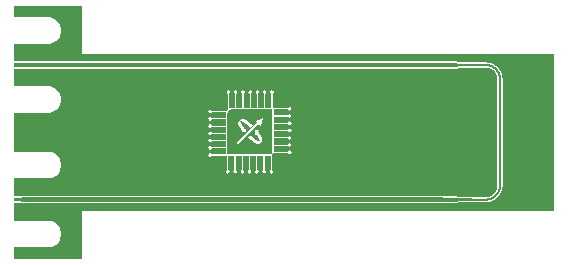
<source format=gbr>
G04 =======================================* 
G04 File Format: RS-274X * 
G04 Date:        May 24 2024 * 
G04 Time:        17:13:42 * 
G04 =======================================* 
G04 Format description *** 
G04 Code:          ASCII * 
G04 Unit:          Millimeter * 
G04 Coordinates:   Absolut * 
G04 Digits:        3.4-format * 
G04 Zeros skipped: Leading zeros omitted * 
G04 =======================================* 
%FSLAX34Y34*%
%MOMM*%
G90*
G71*
%LPD*%
G36*
G01X402900Y-59150D02*
G01X354900Y-60050D01*
G01X3000Y-60050D01*
G01X3000Y-74950D01*
G01X32000Y-74950D01*
G01X33759Y-75088D01*
G01X35476Y-75500D01*
G01X37107Y-76176D01*
G01X38612Y-77098D01*
G01X39954Y-78245D01*
G01X41101Y-79587D01*
G01X42023Y-81092D01*
G01X42699Y-82723D01*
G01X43111Y-84440D01*
G01X43250Y-86200D01*
G01X43111Y-87959D01*
G01X42699Y-89676D01*
G01X42023Y-91307D01*
G01X41101Y-92812D01*
G01X39954Y-94154D01*
G01X38612Y-95301D01*
G01X37107Y-96223D01*
G01X35476Y-96899D01*
G01X33759Y-97311D01*
G01X32000Y-97450D01*
G01X3000Y-97450D01*
G01X3000Y-107000D01*
G01X61000Y-107000D01*
G01X61000Y-66500D01*
G01X461000Y-66500D01*
G01X461000Y66500D01*
G01X61000Y66500D01*
G01X61000Y107000D01*
G01X3000Y107000D01*
G01X3000Y97450D01*
G01X32000Y97450D01*
G01X33759Y97311D01*
G01X35476Y96899D01*
G01X37107Y96223D01*
G01X38612Y95301D01*
G01X39954Y94154D01*
G01X41101Y92812D01*
G01X42023Y91307D01*
G01X42699Y89676D01*
G01X43111Y87959D01*
G01X43250Y86200D01*
G01X43111Y84440D01*
G01X42699Y82723D01*
G01X42023Y81092D01*
G01X41101Y79587D01*
G01X39954Y78245D01*
G01X38612Y77098D01*
G01X37107Y76176D01*
G01X35476Y75500D01*
G01X33759Y75088D01*
G01X32000Y74950D01*
G01X3000Y74950D01*
G01X3000Y60050D01*
G01X354900Y60050D01*
G01X402900Y59150D01*
G01X403122Y59148D01*
G01X403344Y59143D01*
G01X403566Y59134D01*
G01X403788Y59122D01*
G01X404010Y59106D01*
G01X404231Y59087D01*
G01X404452Y59064D01*
G01X404673Y59038D01*
G01X404893Y59008D01*
G01X405113Y58975D01*
G01X405332Y58939D01*
G01X405551Y58899D01*
G01X405769Y58856D01*
G01X405986Y58809D01*
G01X406203Y58759D01*
G01X406418Y58705D01*
G01X406633Y58648D01*
G01X406847Y58588D01*
G01X407060Y58524D01*
G01X407272Y58457D01*
G01X407483Y58387D01*
G01X407693Y58313D01*
G01X407901Y58236D01*
G01X408108Y58156D01*
G01X408314Y58072D01*
G01X408519Y57986D01*
G01X408722Y57896D01*
G01X408924Y57803D01*
G01X409125Y57707D01*
G01X409323Y57607D01*
G01X409521Y57505D01*
G01X409716Y57399D01*
G01X409910Y57291D01*
G01X410102Y57179D01*
G01X410293Y57064D01*
G01X410481Y56947D01*
G01X410668Y56826D01*
G01X410853Y56703D01*
G01X411036Y56576D01*
G01X411217Y56447D01*
G01X411395Y56315D01*
G01X411572Y56180D01*
G01X411747Y56043D01*
G01X411919Y55902D01*
G01X412089Y55759D01*
G01X412257Y55614D01*
G01X412423Y55465D01*
G01X412586Y55314D01*
G01X412747Y55161D01*
G01X412905Y55005D01*
G01X413061Y54847D01*
G01X413214Y54686D01*
G01X413365Y54523D01*
G01X413514Y54357D01*
G01X413659Y54189D01*
G01X413802Y54019D01*
G01X413943Y53847D01*
G01X414080Y53672D01*
G01X414215Y53495D01*
G01X414347Y53317D01*
G01X414476Y53136D01*
G01X414603Y52953D01*
G01X414726Y52768D01*
G01X414847Y52581D01*
G01X414964Y52393D01*
G01X415079Y52202D01*
G01X415191Y52010D01*
G01X415299Y51816D01*
G01X415405Y51621D01*
G01X415507Y51423D01*
G01X415607Y51225D01*
G01X415703Y51024D01*
G01X415796Y50822D01*
G01X415886Y50619D01*
G01X415972Y50414D01*
G01X416056Y50208D01*
G01X416136Y50001D01*
G01X416213Y49793D01*
G01X416287Y49583D01*
G01X416357Y49372D01*
G01X416424Y49160D01*
G01X416488Y48947D01*
G01X416548Y48733D01*
G01X416605Y48518D01*
G01X416659Y48303D01*
G01X416709Y48086D01*
G01X416756Y47869D01*
G01X416799Y47651D01*
G01X416839Y47432D01*
G01X416875Y47213D01*
G01X416908Y46993D01*
G01X416938Y46773D01*
G01X416964Y46552D01*
G01X416987Y46331D01*
G01X417006Y46110D01*
G01X417022Y45888D01*
G01X417034Y45666D01*
G01X417043Y45444D01*
G01X417048Y45222D01*
G01X417050Y45000D01*
G01X417050Y-45000D01*
G01X417048Y-45222D01*
G01X417043Y-45444D01*
G01X417034Y-45666D01*
G01X417022Y-45888D01*
G01X417006Y-46110D01*
G01X416987Y-46331D01*
G01X416964Y-46552D01*
G01X416938Y-46773D01*
G01X416908Y-46993D01*
G01X416875Y-47213D01*
G01X416839Y-47432D01*
G01X416799Y-47651D01*
G01X416756Y-47869D01*
G01X416709Y-48086D01*
G01X416659Y-48303D01*
G01X416605Y-48518D01*
G01X416548Y-48733D01*
G01X416488Y-48947D01*
G01X416424Y-49160D01*
G01X416357Y-49372D01*
G01X416287Y-49583D01*
G01X416213Y-49793D01*
G01X416136Y-50001D01*
G01X416056Y-50208D01*
G01X415972Y-50414D01*
G01X415886Y-50619D01*
G01X415796Y-50822D01*
G01X415703Y-51024D01*
G01X415607Y-51225D01*
G01X415507Y-51423D01*
G01X415405Y-51621D01*
G01X415299Y-51816D01*
G01X415191Y-52010D01*
G01X415079Y-52202D01*
G01X414964Y-52393D01*
G01X414847Y-52581D01*
G01X414726Y-52768D01*
G01X414603Y-52953D01*
G01X414476Y-53136D01*
G01X414347Y-53317D01*
G01X414215Y-53495D01*
G01X414080Y-53672D01*
G01X413943Y-53847D01*
G01X413802Y-54019D01*
G01X413659Y-54189D01*
G01X413514Y-54357D01*
G01X413365Y-54523D01*
G01X413214Y-54686D01*
G01X413061Y-54847D01*
G01X412905Y-55005D01*
G01X412747Y-55161D01*
G01X412586Y-55314D01*
G01X412423Y-55465D01*
G01X412257Y-55614D01*
G01X412089Y-55759D01*
G01X411919Y-55902D01*
G01X411747Y-56043D01*
G01X411572Y-56180D01*
G01X411395Y-56315D01*
G01X411217Y-56447D01*
G01X411036Y-56576D01*
G01X410853Y-56703D01*
G01X410668Y-56826D01*
G01X410481Y-56947D01*
G01X410293Y-57064D01*
G01X410102Y-57179D01*
G01X409910Y-57291D01*
G01X409716Y-57399D01*
G01X409521Y-57505D01*
G01X409323Y-57607D01*
G01X409125Y-57707D01*
G01X408924Y-57803D01*
G01X408722Y-57896D01*
G01X408519Y-57986D01*
G01X408314Y-58072D01*
G01X408108Y-58156D01*
G01X407901Y-58236D01*
G01X407693Y-58313D01*
G01X407483Y-58387D01*
G01X407272Y-58457D01*
G01X407060Y-58524D01*
G01X406847Y-58588D01*
G01X406633Y-58648D01*
G01X406418Y-58705D01*
G01X406203Y-58759D01*
G01X405986Y-58809D01*
G01X405769Y-58856D01*
G01X405551Y-58899D01*
G01X405332Y-58939D01*
G01X405113Y-58975D01*
G01X404893Y-59008D01*
G01X404673Y-59038D01*
G01X404452Y-59064D01*
G01X404231Y-59087D01*
G01X404010Y-59106D01*
G01X403788Y-59122D01*
G01X403566Y-59134D01*
G01X403344Y-59143D01*
G01X403122Y-59148D01*
G37*
%LPD*%
G36*
G01X403102Y-57898D02*
G01X403305Y-57893D01*
G01X403507Y-57885D01*
G01X403710Y-57874D01*
G01X403912Y-57860D01*
G01X404114Y-57842D01*
G01X404315Y-57822D01*
G01X404516Y-57798D01*
G01X404717Y-57771D01*
G01X404918Y-57741D01*
G01X405117Y-57707D01*
G01X405317Y-57671D01*
G01X405515Y-57631D01*
G01X405714Y-57589D01*
G01X405911Y-57543D01*
G01X406108Y-57494D01*
G01X406303Y-57442D01*
G01X406498Y-57387D01*
G01X406693Y-57329D01*
G01X406886Y-57268D01*
G01X407078Y-57204D01*
G01X407269Y-57137D01*
G01X407459Y-57067D01*
G01X407648Y-56994D01*
G01X407836Y-56918D01*
G01X408023Y-56839D01*
G01X408208Y-56757D01*
G01X408392Y-56672D01*
G01X408575Y-56584D01*
G01X408756Y-56493D01*
G01X408936Y-56400D01*
G01X409114Y-56304D01*
G01X409291Y-56205D01*
G01X409466Y-56103D01*
G01X409640Y-55999D01*
G01X409812Y-55891D01*
G01X409982Y-55781D01*
G01X410150Y-55669D01*
G01X410317Y-55554D01*
G01X410482Y-55436D01*
G01X410645Y-55315D01*
G01X410806Y-55193D01*
G01X410965Y-55067D01*
G01X411122Y-54939D01*
G01X411277Y-54809D01*
G01X411430Y-54676D01*
G01X411581Y-54541D01*
G01X411730Y-54403D01*
G01X411877Y-54263D01*
G01X412021Y-54121D01*
G01X412163Y-53977D01*
G01X412303Y-53830D01*
G01X412441Y-53681D01*
G01X412576Y-53530D01*
G01X412709Y-53377D01*
G01X412839Y-53222D01*
G01X412967Y-53065D01*
G01X413093Y-52906D01*
G01X413215Y-52745D01*
G01X413336Y-52582D01*
G01X413454Y-52417D01*
G01X413569Y-52250D01*
G01X413681Y-52082D01*
G01X413791Y-51912D01*
G01X413899Y-51740D01*
G01X414003Y-51566D01*
G01X414105Y-51391D01*
G01X414204Y-51214D01*
G01X414300Y-51036D01*
G01X414393Y-50856D01*
G01X414484Y-50675D01*
G01X414572Y-50492D01*
G01X414657Y-50308D01*
G01X414739Y-50123D01*
G01X414818Y-49936D01*
G01X414894Y-49748D01*
G01X414967Y-49559D01*
G01X415037Y-49369D01*
G01X415104Y-49178D01*
G01X415168Y-48986D01*
G01X415229Y-48793D01*
G01X415287Y-48598D01*
G01X415342Y-48403D01*
G01X415394Y-48208D01*
G01X415443Y-48011D01*
G01X415489Y-47814D01*
G01X415531Y-47615D01*
G01X415571Y-47417D01*
G01X415607Y-47217D01*
G01X415641Y-47018D01*
G01X415671Y-46817D01*
G01X415698Y-46616D01*
G01X415722Y-46415D01*
G01X415742Y-46214D01*
G01X415760Y-46012D01*
G01X415774Y-45810D01*
G01X415785Y-45607D01*
G01X415793Y-45405D01*
G01X415798Y-45202D01*
G01X415800Y-45000D01*
G01X415800Y45000D01*
G01X415798Y45202D01*
G01X415793Y45405D01*
G01X415785Y45607D01*
G01X415774Y45810D01*
G01X415760Y46012D01*
G01X415742Y46214D01*
G01X415722Y46415D01*
G01X415698Y46616D01*
G01X415671Y46817D01*
G01X415641Y47018D01*
G01X415607Y47217D01*
G01X415571Y47417D01*
G01X415531Y47615D01*
G01X415489Y47814D01*
G01X415443Y48011D01*
G01X415394Y48208D01*
G01X415342Y48403D01*
G01X415287Y48598D01*
G01X415229Y48793D01*
G01X415168Y48986D01*
G01X415104Y49178D01*
G01X415037Y49369D01*
G01X414967Y49559D01*
G01X414894Y49748D01*
G01X414818Y49936D01*
G01X414739Y50123D01*
G01X414657Y50308D01*
G01X414572Y50492D01*
G01X414484Y50675D01*
G01X414393Y50856D01*
G01X414300Y51036D01*
G01X414204Y51214D01*
G01X414105Y51391D01*
G01X414003Y51566D01*
G01X413899Y51740D01*
G01X413791Y51912D01*
G01X413681Y52082D01*
G01X413569Y52250D01*
G01X413454Y52417D01*
G01X413336Y52582D01*
G01X413215Y52745D01*
G01X413093Y52906D01*
G01X412967Y53065D01*
G01X412839Y53222D01*
G01X412709Y53377D01*
G01X412576Y53530D01*
G01X412441Y53681D01*
G01X412303Y53830D01*
G01X412163Y53977D01*
G01X412021Y54121D01*
G01X411877Y54263D01*
G01X411730Y54403D01*
G01X411581Y54541D01*
G01X411430Y54676D01*
G01X411277Y54809D01*
G01X411122Y54939D01*
G01X410965Y55067D01*
G01X410806Y55193D01*
G01X410645Y55315D01*
G01X410482Y55436D01*
G01X410317Y55554D01*
G01X410150Y55669D01*
G01X409982Y55781D01*
G01X409812Y55891D01*
G01X409640Y55999D01*
G01X409466Y56103D01*
G01X409291Y56205D01*
G01X409114Y56304D01*
G01X408936Y56400D01*
G01X408756Y56493D01*
G01X408575Y56584D01*
G01X408392Y56672D01*
G01X408208Y56757D01*
G01X408023Y56839D01*
G01X407836Y56918D01*
G01X407648Y56994D01*
G01X407459Y57067D01*
G01X407269Y57137D01*
G01X407078Y57204D01*
G01X406886Y57268D01*
G01X406693Y57329D01*
G01X406498Y57387D01*
G01X406303Y57442D01*
G01X406108Y57494D01*
G01X405911Y57543D01*
G01X405714Y57589D01*
G01X405515Y57631D01*
G01X405317Y57671D01*
G01X405117Y57707D01*
G01X404918Y57741D01*
G01X404717Y57771D01*
G01X404516Y57798D01*
G01X404315Y57822D01*
G01X404114Y57842D01*
G01X403912Y57860D01*
G01X403710Y57874D01*
G01X403507Y57885D01*
G01X403305Y57893D01*
G01X403102Y57898D01*
G01X402900Y57900D01*
G01X354900Y58800D01*
G01X15700Y58800D01*
G01X3000Y58400D01*
G01X3000Y55600D01*
G01X15700Y55200D01*
G01X354900Y55200D01*
G01X402900Y56100D01*
G01X403074Y56098D01*
G01X403248Y56094D01*
G01X403422Y56087D01*
G01X403596Y56078D01*
G01X403770Y56065D01*
G01X403944Y56050D01*
G01X404118Y56032D01*
G01X404291Y56012D01*
G01X404464Y55989D01*
G01X404636Y55963D01*
G01X404808Y55934D01*
G01X404979Y55903D01*
G01X405150Y55869D01*
G01X405321Y55832D01*
G01X405491Y55793D01*
G01X405660Y55751D01*
G01X405828Y55706D01*
G01X405996Y55659D01*
G01X406163Y55609D01*
G01X406330Y55556D01*
G01X406495Y55501D01*
G01X406659Y55443D01*
G01X406823Y55383D01*
G01X406986Y55320D01*
G01X407147Y55255D01*
G01X407308Y55187D01*
G01X407467Y55116D01*
G01X407626Y55043D01*
G01X407783Y54968D01*
G01X407939Y54890D01*
G01X408094Y54809D01*
G01X408247Y54727D01*
G01X408399Y54641D01*
G01X408550Y54554D01*
G01X408699Y54464D01*
G01X408847Y54372D01*
G01X408994Y54277D01*
G01X409139Y54180D01*
G01X409282Y54081D01*
G01X409424Y53980D01*
G01X409564Y53876D01*
G01X409703Y53770D01*
G01X409840Y53662D01*
G01X409975Y53552D01*
G01X410108Y53440D01*
G01X410240Y53326D01*
G01X410370Y53209D01*
G01X410498Y53091D01*
G01X410624Y52971D01*
G01X410748Y52848D01*
G01X410871Y52724D01*
G01X410991Y52598D01*
G01X411109Y52470D01*
G01X411226Y52340D01*
G01X411340Y52208D01*
G01X411452Y52075D01*
G01X411562Y51940D01*
G01X411670Y51803D01*
G01X411776Y51664D01*
G01X411880Y51524D01*
G01X411981Y51382D01*
G01X412080Y51239D01*
G01X412177Y51094D01*
G01X412272Y50947D01*
G01X412364Y50799D01*
G01X412454Y50650D01*
G01X412541Y50499D01*
G01X412627Y50347D01*
G01X412709Y50194D01*
G01X412790Y50039D01*
G01X412868Y49883D01*
G01X412943Y49726D01*
G01X413016Y49567D01*
G01X413087Y49408D01*
G01X413155Y49247D01*
G01X413220Y49086D01*
G01X413283Y48923D01*
G01X413343Y48759D01*
G01X413401Y48595D01*
G01X413456Y48430D01*
G01X413509Y48263D01*
G01X413559Y48096D01*
G01X413606Y47928D01*
G01X413651Y47760D01*
G01X413693Y47591D01*
G01X413732Y47421D01*
G01X413769Y47250D01*
G01X413803Y47079D01*
G01X413834Y46908D01*
G01X413863Y46736D01*
G01X413889Y46564D01*
G01X413912Y46391D01*
G01X413932Y46218D01*
G01X413950Y46044D01*
G01X413965Y45870D01*
G01X413978Y45696D01*
G01X413987Y45522D01*
G01X413994Y45348D01*
G01X413998Y45174D01*
G01X414000Y45000D01*
G01X414000Y-45000D01*
G01X413998Y-45174D01*
G01X413994Y-45348D01*
G01X413987Y-45522D01*
G01X413978Y-45696D01*
G01X413965Y-45870D01*
G01X413950Y-46044D01*
G01X413932Y-46218D01*
G01X413912Y-46391D01*
G01X413889Y-46564D01*
G01X413863Y-46736D01*
G01X413834Y-46908D01*
G01X413803Y-47079D01*
G01X413769Y-47250D01*
G01X413732Y-47421D01*
G01X413693Y-47591D01*
G01X413651Y-47760D01*
G01X413606Y-47928D01*
G01X413559Y-48096D01*
G01X413509Y-48263D01*
G01X413456Y-48430D01*
G01X413401Y-48595D01*
G01X413343Y-48759D01*
G01X413283Y-48923D01*
G01X413220Y-49086D01*
G01X413155Y-49247D01*
G01X413087Y-49408D01*
G01X413016Y-49567D01*
G01X412943Y-49726D01*
G01X412868Y-49883D01*
G01X412790Y-50039D01*
G01X412709Y-50194D01*
G01X412627Y-50347D01*
G01X412541Y-50499D01*
G01X412454Y-50650D01*
G01X412364Y-50799D01*
G01X412272Y-50947D01*
G01X412177Y-51094D01*
G01X412080Y-51239D01*
G01X411981Y-51382D01*
G01X411880Y-51524D01*
G01X411776Y-51664D01*
G01X411670Y-51803D01*
G01X411562Y-51940D01*
G01X411452Y-52075D01*
G01X411340Y-52208D01*
G01X411226Y-52340D01*
G01X411109Y-52470D01*
G01X410991Y-52598D01*
G01X410871Y-52724D01*
G01X410748Y-52848D01*
G01X410624Y-52971D01*
G01X410498Y-53091D01*
G01X410370Y-53209D01*
G01X410240Y-53326D01*
G01X410108Y-53440D01*
G01X409975Y-53552D01*
G01X409840Y-53662D01*
G01X409703Y-53770D01*
G01X409564Y-53876D01*
G01X409424Y-53980D01*
G01X409282Y-54081D01*
G01X409139Y-54180D01*
G01X408994Y-54277D01*
G01X408847Y-54372D01*
G01X408699Y-54464D01*
G01X408550Y-54554D01*
G01X408399Y-54641D01*
G01X408247Y-54727D01*
G01X408094Y-54809D01*
G01X407939Y-54890D01*
G01X407783Y-54968D01*
G01X407626Y-55043D01*
G01X407467Y-55116D01*
G01X407308Y-55187D01*
G01X407147Y-55255D01*
G01X406986Y-55320D01*
G01X406823Y-55383D01*
G01X406659Y-55443D01*
G01X406495Y-55501D01*
G01X406330Y-55556D01*
G01X406163Y-55609D01*
G01X405996Y-55659D01*
G01X405828Y-55706D01*
G01X405660Y-55751D01*
G01X405491Y-55793D01*
G01X405321Y-55832D01*
G01X405150Y-55869D01*
G01X404979Y-55903D01*
G01X404808Y-55934D01*
G01X404636Y-55963D01*
G01X404464Y-55989D01*
G01X404291Y-56012D01*
G01X404118Y-56032D01*
G01X403944Y-56050D01*
G01X403770Y-56065D01*
G01X403596Y-56078D01*
G01X403422Y-56087D01*
G01X403248Y-56094D01*
G01X403074Y-56098D01*
G01X402900Y-56100D01*
G01X354900Y-55200D01*
G01X15700Y-55200D01*
G01X3000Y-55600D01*
G01X3000Y-58400D01*
G01X15700Y-58800D01*
G01X354900Y-58800D01*
G01X402900Y-57900D01*
G37*
%LPD*%
G36*
G01X412748Y-45154D02*
G01X412750Y-45000D01*
G01X412750Y45000D01*
G01X412748Y45154D01*
G01X412745Y45309D01*
G01X412739Y45464D01*
G01X412730Y45618D01*
G01X412719Y45772D01*
G01X412706Y45926D01*
G01X412690Y46080D01*
G01X412672Y46234D01*
G01X412651Y46387D01*
G01X412628Y46540D01*
G01X412603Y46693D01*
G01X412575Y46845D01*
G01X412545Y46997D01*
G01X412512Y47148D01*
G01X412477Y47299D01*
G01X412440Y47449D01*
G01X412400Y47599D01*
G01X412358Y47748D01*
G01X412314Y47896D01*
G01X412267Y48043D01*
G01X412218Y48190D01*
G01X412167Y48336D01*
G01X412114Y48481D01*
G01X412058Y48626D01*
G01X412000Y48769D01*
G01X411939Y48911D01*
G01X411877Y49053D01*
G01X411812Y49193D01*
G01X411745Y49333D01*
G01X411676Y49471D01*
G01X411605Y49609D01*
G01X411531Y49745D01*
G01X411456Y49880D01*
G01X411378Y50014D01*
G01X411298Y50146D01*
G01X411216Y50277D01*
G01X411132Y50407D01*
G01X411046Y50536D01*
G01X410958Y50663D01*
G01X410868Y50789D01*
G01X410776Y50914D01*
G01X410683Y51037D01*
G01X410587Y51158D01*
G01X410489Y51278D01*
G01X410390Y51397D01*
G01X410288Y51513D01*
G01X410185Y51629D01*
G01X410080Y51742D01*
G01X409973Y51854D01*
G01X409865Y51965D01*
G01X409754Y52073D01*
G01X409642Y52180D01*
G01X409529Y52285D01*
G01X409413Y52388D01*
G01X409297Y52490D01*
G01X409178Y52589D01*
G01X409058Y52687D01*
G01X408937Y52783D01*
G01X408814Y52876D01*
G01X408689Y52968D01*
G01X408563Y53058D01*
G01X408436Y53146D01*
G01X408307Y53232D01*
G01X408177Y53316D01*
G01X408046Y53398D01*
G01X407914Y53478D01*
G01X407780Y53556D01*
G01X407645Y53631D01*
G01X407509Y53705D01*
G01X407371Y53776D01*
G01X407233Y53845D01*
G01X407093Y53912D01*
G01X406953Y53977D01*
G01X406811Y54039D01*
G01X406669Y54100D01*
G01X406526Y54158D01*
G01X406381Y54214D01*
G01X406236Y54267D01*
G01X406090Y54318D01*
G01X405943Y54367D01*
G01X405796Y54414D01*
G01X405648Y54458D01*
G01X405499Y54500D01*
G01X405349Y54540D01*
G01X405199Y54577D01*
G01X405048Y54612D01*
G01X404897Y54645D01*
G01X404745Y54675D01*
G01X404593Y54703D01*
G01X404440Y54728D01*
G01X404287Y54751D01*
G01X404134Y54772D01*
G01X403980Y54790D01*
G01X403826Y54806D01*
G01X403672Y54819D01*
G01X403518Y54830D01*
G01X403364Y54839D01*
G01X403209Y54845D01*
G01X403054Y54848D01*
G01X402900Y54850D01*
G01X354900Y53950D01*
G01X3000Y53950D01*
G01X3000Y39050D01*
G01X32000Y39050D01*
G01X33759Y38911D01*
G01X35476Y38499D01*
G01X37107Y37823D01*
G01X38612Y36901D01*
G01X39954Y35754D01*
G01X41101Y34412D01*
G01X42023Y32907D01*
G01X42699Y31276D01*
G01X43111Y29559D01*
G01X43250Y27800D01*
G01X43111Y26040D01*
G01X42699Y24323D01*
G01X42023Y22692D01*
G01X41101Y21187D01*
G01X39954Y19845D01*
G01X38612Y18698D01*
G01X37107Y17776D01*
G01X35476Y17100D01*
G01X33759Y16688D01*
G01X32000Y16550D01*
G01X3000Y16550D01*
G01X3000Y-16550D01*
G01X32000Y-16550D01*
G01X33759Y-16688D01*
G01X35476Y-17100D01*
G01X37107Y-17776D01*
G01X38612Y-18698D01*
G01X39954Y-19845D01*
G01X41101Y-21187D01*
G01X42023Y-22692D01*
G01X42699Y-24323D01*
G01X43111Y-26040D01*
G01X43250Y-27800D01*
G01X43111Y-29559D01*
G01X42699Y-31276D01*
G01X42023Y-32907D01*
G01X41101Y-34412D01*
G01X39954Y-35754D01*
G01X38612Y-36901D01*
G01X37107Y-37823D01*
G01X35476Y-38499D01*
G01X33759Y-38911D01*
G01X32000Y-39050D01*
G01X3000Y-39050D01*
G01X3000Y-53950D01*
G01X354900Y-53950D01*
G01X402900Y-54850D01*
G01X403054Y-54848D01*
G01X403209Y-54845D01*
G01X403364Y-54839D01*
G01X403518Y-54830D01*
G01X403672Y-54819D01*
G01X403826Y-54806D01*
G01X403980Y-54790D01*
G01X404134Y-54772D01*
G01X404287Y-54751D01*
G01X404440Y-54728D01*
G01X404593Y-54703D01*
G01X404745Y-54675D01*
G01X404897Y-54645D01*
G01X405048Y-54612D01*
G01X405199Y-54577D01*
G01X405349Y-54540D01*
G01X405499Y-54500D01*
G01X405648Y-54458D01*
G01X405796Y-54414D01*
G01X405943Y-54367D01*
G01X406090Y-54318D01*
G01X406236Y-54267D01*
G01X406381Y-54214D01*
G01X406526Y-54158D01*
G01X406669Y-54100D01*
G01X406811Y-54039D01*
G01X406953Y-53977D01*
G01X407093Y-53912D01*
G01X407233Y-53845D01*
G01X407371Y-53776D01*
G01X407509Y-53705D01*
G01X407645Y-53631D01*
G01X407780Y-53556D01*
G01X407914Y-53478D01*
G01X408046Y-53398D01*
G01X408177Y-53316D01*
G01X408307Y-53232D01*
G01X408436Y-53146D01*
G01X408563Y-53058D01*
G01X408689Y-52968D01*
G01X408814Y-52876D01*
G01X408937Y-52783D01*
G01X409058Y-52687D01*
G01X409178Y-52589D01*
G01X409297Y-52490D01*
G01X409413Y-52388D01*
G01X409529Y-52285D01*
G01X409642Y-52180D01*
G01X409754Y-52073D01*
G01X409865Y-51965D01*
G01X409973Y-51854D01*
G01X410080Y-51742D01*
G01X410185Y-51629D01*
G01X410288Y-51513D01*
G01X410390Y-51397D01*
G01X410489Y-51278D01*
G01X410587Y-51158D01*
G01X410683Y-51037D01*
G01X410776Y-50914D01*
G01X410868Y-50789D01*
G01X410958Y-50663D01*
G01X411046Y-50536D01*
G01X411132Y-50407D01*
G01X411216Y-50277D01*
G01X411298Y-50146D01*
G01X411378Y-50014D01*
G01X411456Y-49880D01*
G01X411531Y-49745D01*
G01X411605Y-49609D01*
G01X411676Y-49471D01*
G01X411745Y-49333D01*
G01X411812Y-49193D01*
G01X411877Y-49053D01*
G01X411939Y-48911D01*
G01X412000Y-48769D01*
G01X412058Y-48626D01*
G01X412114Y-48481D01*
G01X412167Y-48336D01*
G01X412218Y-48190D01*
G01X412267Y-48043D01*
G01X412314Y-47896D01*
G01X412358Y-47748D01*
G01X412400Y-47599D01*
G01X412440Y-47449D01*
G01X412477Y-47299D01*
G01X412512Y-47148D01*
G01X412545Y-46997D01*
G01X412575Y-46845D01*
G01X412603Y-46693D01*
G01X412628Y-46540D01*
G01X412651Y-46387D01*
G01X412672Y-46234D01*
G01X412690Y-46080D01*
G01X412706Y-45926D01*
G01X412719Y-45772D01*
G01X412730Y-45618D01*
G01X412739Y-45464D01*
G01X412745Y-45309D01*
G37*
%LPC*%
G36*
G01X190597Y20370D02*
G75*
G01X190597Y32244D01*
G02X191587Y32244I495J1726D01*
G01X191587Y32244D01*
G01X191587Y20369D01*
G01X196740Y20369D01*
G75*
G01X196740Y32244D01*
G02X197730Y32244I495J1726D01*
G01X197730Y32244D01*
G01X197730Y20369D01*
G01X202882Y20369D01*
G75*
G01X202882Y32244D01*
G02X203872Y32244I495J1726D01*
G01X203872Y32244D01*
G01X203872Y20369D01*
G01X209025Y20369D01*
G75*
G01X209025Y32244D01*
G02X210015Y32244I495J1726D01*
G01X210015Y32244D01*
G01X210015Y20369D01*
G01X215167Y20369D01*
G75*
G01X215167Y32244D01*
G02X216157Y32244I495J1726D01*
G01X216157Y32244D01*
G01X216157Y20369D01*
G01X221310Y20369D01*
G75*
G01X221310Y32244D01*
G02X222300Y32244I495J1726D01*
G01X222300Y32244D01*
G01X222300Y20370D01*
G75*
G01X234960Y20370D01*
G02X234960Y19380I1726J-495D01*
G01X234960Y19380D01*
G01X223222Y19380D01*
G01X223222Y14228D01*
G75*
G01X234960Y14228D01*
G02X234960Y13238I1726J-495D01*
G01X234960Y13238D01*
G01X223222Y13238D01*
G01X223222Y8085D01*
G75*
G01X234960Y8085D01*
G02X234960Y7095I1726J-495D01*
G01X234960Y7095D01*
G01X223222Y7095D01*
G01X223222Y1943D01*
G75*
G01X234960Y1943D01*
G02X234960Y953I1726J-495D01*
G01X234960Y953D01*
G01X223222Y953D01*
G01X223222Y-4199D01*
G75*
G01X234960Y-4199D01*
G02X234960Y-5189I1726J-495D01*
G01X234960Y-5189D01*
G01X223222Y-5189D01*
G01X223222Y-10341D01*
G75*
G01X234960Y-10341D01*
G02X234960Y-11331I1726J-495D01*
G01X234960Y-11331D01*
G01X223222Y-11331D01*
G75*
G01X223222Y-16018D01*
G02X223193Y-16484I-3731J0D01*
G01X223193Y-16484D01*
G75*
G01X234960Y-16484D01*
G02X234960Y-17474I1726J-495D01*
G01X234960Y-17474D01*
G75*
G01X222928Y-17474D01*
G02X221765Y-18978I-3437J1455D01*
G01X221765Y-18978D01*
G75*
G01X221765Y-31624D01*
G02X220775Y-31624I-495J-1726D01*
G01X220775Y-31624D01*
G75*
G01X220775Y-19521D01*
G02X219493Y-19749I-1284J3503D01*
G01X219493Y-19749D01*
G01X215622Y-19749D01*
G75*
G01X215622Y-31624D01*
G02X214632Y-31624I-495J-1726D01*
G01X214632Y-31624D01*
G01X214632Y-19749D01*
G01X209480Y-19749D01*
G75*
G01X209480Y-31624D01*
G02X208490Y-31624I-495J-1726D01*
G01X208490Y-31624D01*
G01X208490Y-19749D01*
G01X203337Y-19749D01*
G75*
G01X203337Y-31624D01*
G02X202347Y-31624I-495J-1726D01*
G01X202347Y-31624D01*
G01X202347Y-19749D01*
G01X197195Y-19749D01*
G75*
G01X197195Y-31624D01*
G02X196205Y-31624I-495J-1726D01*
G01X196205Y-31624D01*
G01X196205Y-19749D01*
G01X191052Y-19749D01*
G75*
G01X191052Y-31624D01*
G02X190062Y-31624I-495J-1726D01*
G01X190062Y-31624D01*
G01X190062Y-19749D01*
G01X184910Y-19749D01*
G75*
G01X184910Y-31624D01*
G02X183920Y-31624I-495J-1726D01*
G01X183920Y-31624D01*
G01X183920Y-19749D01*
G75*
G01X171228Y-19749D01*
G02X171189Y-18759I-1748J426D01*
G01X171189Y-18759D01*
G01X183083Y-18759D01*
G01X183083Y-13675D01*
G75*
G01X171206Y-13675D01*
G02X171206Y-12685I-1726J495D01*
G01X171206Y-12685D01*
G01X183083Y-12685D01*
G01X183083Y-7533D01*
G75*
G01X171206Y-7533D01*
G02X171206Y-6543I-1726J495D01*
G01X171206Y-6543D01*
G01X183083Y-6543D01*
G01X183083Y-1390D01*
G75*
G01X171206Y-1390D01*
G02X171206Y-400I-1726J495D01*
G01X171206Y-400D01*
G01X183083Y-400D01*
G01X183083Y4752D01*
G75*
G01X171206Y4752D01*
G02X171206Y5742I-1726J495D01*
G01X171206Y5742D01*
G01X183083Y5742D01*
G01X183083Y10894D01*
G75*
G01X171206Y10894D01*
G02X171206Y11884I-1726J495D01*
G01X171206Y11884D01*
G01X183083Y11884D01*
G75*
G01X183083Y16139D01*
G02X183179Y17037I4221J0D01*
G01X183179Y17037D01*
G75*
G01X171206Y17037D01*
G02X171206Y18027I-1726J495D01*
G01X171206Y18027D01*
G75*
G01X183528Y18027D01*
G02X184455Y19253I3775J-1887D01*
G01X184455Y19253D01*
G75*
G01X184455Y32244D01*
G02X185445Y32244I495J1726D01*
G01X185445Y32244D01*
G75*
G01X185445Y19940D01*
G02X187304Y20370I1859J-3800D01*
G01X187304Y20370D01*
G37*
%LPD*%
G36*
G01X222232Y-16018D02*
G01X222232Y19380D01*
G75*
G01X187304Y19380D01*
G03X184073Y16139I0J-3231D01*
G01X184073Y16139D01*
G01X184073Y-18759D01*
G75*
G01X219493Y-18759D01*
G03X222232Y-16018I-2J2741D01*
G37*
%LPC*%
G36*
G01X193414Y9011D02*
G75*
G01X195795Y11296D01*
G02X196644Y11387I711J-2632D01*
G75*
G01X196644Y11387D01*
G02X198236Y11057I-268J-5304D01*
G75*
G01X198236Y11057D01*
G02X200155Y10154I-4533J-12121D01*
G75*
G01X200155Y10154D01*
G02X205486Y5873I-11069J-19243D01*
G01X205486Y5873D01*
G75*
G01X203567Y3953D01*
G03X198236Y8234I-16400J-14962D01*
G75*
G01X198236Y8234D01*
G03X196347Y9091I-5395J-9380D01*
G75*
G01X196347Y9091D01*
G03X195078Y9405I-1461J-3183D01*
G75*
G01X195078Y9405D01*
G03X195741Y7047I8170J1024D01*
G75*
G01X195741Y7047D01*
G03X198630Y2778I13762J6202D01*
G01X198630Y2778D01*
G01X199603Y3709D01*
G01X199555Y-122D01*
G01X195651Y-73D01*
G75*
G01X196696Y927D01*
G02X193414Y5907I11467J11129D01*
G75*
G01X193414Y5907D01*
G02X193025Y7319I5386J2245D01*
G75*
G01X193025Y7319D01*
G02X193176Y8655I2625J379D01*
G75*
G01X193176Y8655D01*
G02X193414Y9011I914J-353D01*
G37*
G36*
G75*
G01X210071Y630D02*
G02X213353Y-4349I-11467J-11129D01*
G75*
G01X213353Y-4349D01*
G02X213742Y-5760I-5386J-2245D01*
G75*
G01X213742Y-5760D01*
G02X213591Y-7097I-2625J-379D01*
G75*
G01X213591Y-7097D01*
G02X213353Y-7453I-914J353D01*
G01X213353Y-7453D01*
G75*
G01X210972Y-9738D01*
G02X210123Y-9828I-711J2632D01*
G75*
G01X210123Y-9828D01*
G02X208532Y-9499I268J5304D01*
G75*
G01X208532Y-9499D01*
G02X206612Y-8595I4533J12121D01*
G75*
G01X206612Y-8595D01*
G02X201281Y-4314I11069J19243D01*
G01X201281Y-4314D01*
G75*
G01X203201Y-2395D01*
G03X208532Y-6676I16400J14962D01*
G75*
G01X208532Y-6676D01*
G03X210420Y-7533I5395J9380D01*
G75*
G01X210420Y-7533D01*
G03X211689Y-7847I1461J3183D01*
G75*
G01X211689Y-7847D01*
G03X211026Y-5488I-8170J-1024D01*
G75*
G01X211026Y-5488D01*
G03X208137Y-1220I-13762J-6202D01*
G01X208137Y-1220D01*
G01X207164Y-2151D01*
G01X207213Y1681D01*
G01X211117Y1631D01*
G37*
G36*
G01X214313Y11897D02*
G01X212329Y5685D01*
G01X210842Y7172D01*
G01X193413Y-10256D01*
G01X192079Y-8922D01*
G01X209508Y8506D01*
G01X208176Y9838D01*
G37*
M02* 
G04 End Of Gerber File* 

</source>
